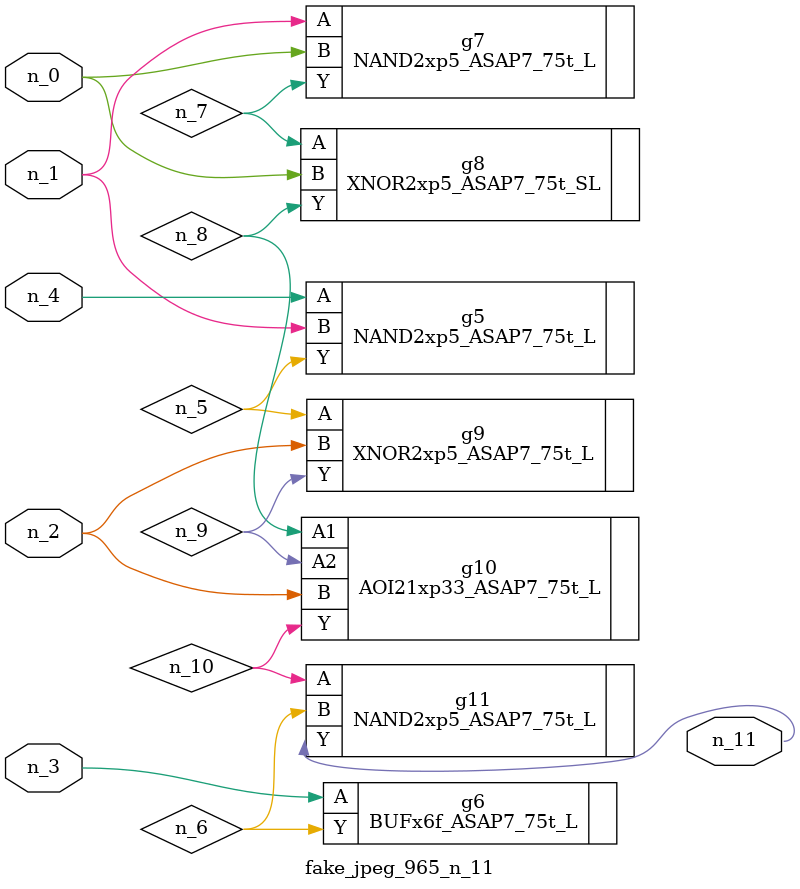
<source format=v>
module fake_jpeg_965_n_11 (n_3, n_2, n_1, n_0, n_4, n_11);

input n_3;
input n_2;
input n_1;
input n_0;
input n_4;

output n_11;

wire n_10;
wire n_8;
wire n_9;
wire n_6;
wire n_5;
wire n_7;

NAND2xp5_ASAP7_75t_L g5 ( 
.A(n_4),
.B(n_1),
.Y(n_5)
);

BUFx6f_ASAP7_75t_L g6 ( 
.A(n_3),
.Y(n_6)
);

NAND2xp5_ASAP7_75t_L g7 ( 
.A(n_1),
.B(n_0),
.Y(n_7)
);

XNOR2xp5_ASAP7_75t_SL g8 ( 
.A(n_7),
.B(n_0),
.Y(n_8)
);

AOI21xp33_ASAP7_75t_L g10 ( 
.A1(n_8),
.A2(n_9),
.B(n_2),
.Y(n_10)
);

XNOR2xp5_ASAP7_75t_L g9 ( 
.A(n_5),
.B(n_2),
.Y(n_9)
);

NAND2xp5_ASAP7_75t_L g11 ( 
.A(n_10),
.B(n_6),
.Y(n_11)
);


endmodule
</source>
